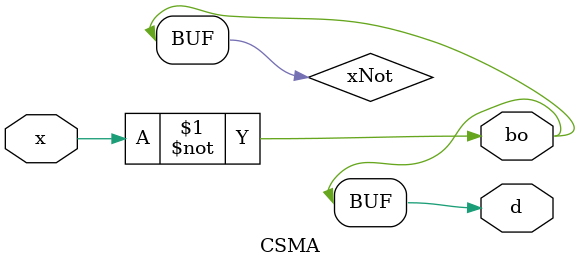
<source format=v>
module CSMA (
          x,
          bo,
          d
  );
  // ybu = 100
  input x;
  output bo, d;

  wire xNot;

  assign xNot = ~x;

  assign bo = xNot;
  assign d = xNot;

endmodule

</source>
